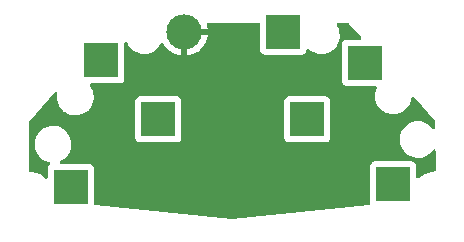
<source format=gbr>
%TF.GenerationSoftware,KiCad,Pcbnew,(6.0.4)*%
%TF.CreationDate,2023-01-17T21:54:18-05:00*%
%TF.ProjectId,Analog bridge,416e616c-6f67-4206-9272-696467652e6b,rev?*%
%TF.SameCoordinates,Original*%
%TF.FileFunction,Copper,L2,Bot*%
%TF.FilePolarity,Positive*%
%FSLAX46Y46*%
G04 Gerber Fmt 4.6, Leading zero omitted, Abs format (unit mm)*
G04 Created by KiCad (PCBNEW (6.0.4)) date 2023-01-17 21:54:18*
%MOMM*%
%LPD*%
G01*
G04 APERTURE LIST*
%TA.AperFunction,ComponentPad*%
%ADD10R,3.000000X3.000000*%
%TD*%
%TA.AperFunction,ComponentPad*%
%ADD11O,3.000000X3.000000*%
%TD*%
G04 APERTURE END LIST*
D10*
%TO.P,REF\u002A\u002A,1*%
%TO.N,N/C*%
X4500000Y-14600000D03*
%TD*%
%TO.P,REF\u002A\u002A,1*%
%TO.N,N/C*%
X29400000Y-4100000D03*
%TD*%
%TO.P,barreljack1,1*%
%TO.N,Net-(BUTTON1-Pad1)*%
X22500000Y-1500000D03*
D11*
%TO.P,barreljack1,2*%
%TO.N,Net-(U1-Pad1)*%
X14100000Y-1500000D03*
%TD*%
D10*
%TO.P,BUTTON1,1,A*%
%TO.N,Net-(BUTTON1-Pad1)*%
X24525000Y-8900000D03*
%TO.P,BUTTON1,2,B*%
%TO.N,Net-(BUTTON1-Pad2)*%
X11925000Y-8900000D03*
%TD*%
%TO.P,REF\u002A\u002A,1*%
%TO.N,N/C*%
X31800000Y-14400000D03*
%TD*%
%TO.P,REF\u002A\u002A,1*%
%TO.N,N/C*%
X7100000Y-3900000D03*
%TD*%
%TA.AperFunction,Conductor*%
%TO.N,Net-(U1-Pad1)*%
G36*
X28042864Y-766522D02*
G01*
X28069155Y-789068D01*
X28579067Y-1365757D01*
X29086849Y-1940037D01*
X29116988Y-2004319D01*
X29107588Y-2074691D01*
X29061636Y-2128810D01*
X28992456Y-2149500D01*
X27846166Y-2149500D01*
X27828248Y-2151194D01*
X27822278Y-2151758D01*
X27822277Y-2151758D01*
X27814631Y-2152481D01*
X27686816Y-2197366D01*
X27679246Y-2202958D01*
X27679243Y-2202959D01*
X27630184Y-2239195D01*
X27577850Y-2277850D01*
X27572258Y-2285421D01*
X27502959Y-2379243D01*
X27502958Y-2379246D01*
X27497366Y-2386816D01*
X27452481Y-2514631D01*
X27449500Y-2546166D01*
X27449500Y-5653834D01*
X27452481Y-5685369D01*
X27497366Y-5813184D01*
X27502958Y-5820754D01*
X27502959Y-5820757D01*
X27522726Y-5847519D01*
X27577850Y-5922150D01*
X27585421Y-5927742D01*
X27679243Y-5997041D01*
X27679246Y-5997042D01*
X27686816Y-6002634D01*
X27814631Y-6047519D01*
X27822277Y-6048242D01*
X27822278Y-6048242D01*
X27828248Y-6048806D01*
X27846166Y-6050500D01*
X30282508Y-6050500D01*
X30350629Y-6070502D01*
X30397122Y-6124158D01*
X30407226Y-6194432D01*
X30397080Y-6227841D01*
X30397160Y-6227872D01*
X30307745Y-6460805D01*
X30256722Y-6705039D01*
X30256493Y-6710088D01*
X30256492Y-6710094D01*
X30252406Y-6800088D01*
X30245404Y-6954288D01*
X30245985Y-6959308D01*
X30245985Y-6959312D01*
X30273250Y-7194961D01*
X30274081Y-7202140D01*
X30342017Y-7442219D01*
X30447462Y-7668348D01*
X30587706Y-7874710D01*
X30759138Y-8055994D01*
X30763164Y-8059072D01*
X30763165Y-8059073D01*
X30953323Y-8204460D01*
X30957349Y-8207538D01*
X31177239Y-8325443D01*
X31413152Y-8406674D01*
X31541099Y-8428774D01*
X31655107Y-8448467D01*
X31655113Y-8448468D01*
X31659017Y-8449142D01*
X31662978Y-8449322D01*
X31662979Y-8449322D01*
X31687503Y-8450436D01*
X31687522Y-8450436D01*
X31688922Y-8450500D01*
X31862691Y-8450500D01*
X31865199Y-8450298D01*
X31865204Y-8450298D01*
X32043661Y-8435940D01*
X32043666Y-8435939D01*
X32048702Y-8435534D01*
X32053610Y-8434329D01*
X32053613Y-8434328D01*
X32286092Y-8377225D01*
X32291006Y-8376018D01*
X32295658Y-8374043D01*
X32295662Y-8374042D01*
X32516022Y-8280505D01*
X32516023Y-8280505D01*
X32520677Y-8278529D01*
X32731808Y-8145573D01*
X32829923Y-8059073D01*
X32915168Y-7983920D01*
X32915171Y-7983917D01*
X32918965Y-7980572D01*
X33077334Y-7787770D01*
X33202840Y-7572128D01*
X33292255Y-7339195D01*
X33295790Y-7322278D01*
X33342243Y-7099915D01*
X33343278Y-7094961D01*
X33343712Y-7085421D01*
X33343893Y-7081421D01*
X33366966Y-7014278D01*
X33422676Y-6970268D01*
X33493336Y-6963364D01*
X33556512Y-6995757D01*
X33564154Y-7003674D01*
X34236233Y-7763766D01*
X35347745Y-9020838D01*
X35377884Y-9085120D01*
X35379347Y-9103230D01*
X35382882Y-9519428D01*
X35383685Y-9613997D01*
X35364263Y-9682285D01*
X35311004Y-9729232D01*
X35240818Y-9739932D01*
X35175989Y-9710989D01*
X35153478Y-9685890D01*
X35115142Y-9629481D01*
X35112294Y-9625290D01*
X34947342Y-9450858D01*
X34944344Y-9447688D01*
X34944343Y-9447687D01*
X34940862Y-9444006D01*
X34742651Y-9292462D01*
X34522761Y-9174557D01*
X34286848Y-9093326D01*
X34158901Y-9071226D01*
X34044893Y-9051533D01*
X34044887Y-9051532D01*
X34040983Y-9050858D01*
X34037022Y-9050678D01*
X34037021Y-9050678D01*
X34012497Y-9049564D01*
X34012478Y-9049564D01*
X34011078Y-9049500D01*
X33837309Y-9049500D01*
X33834801Y-9049702D01*
X33834796Y-9049702D01*
X33656339Y-9064060D01*
X33656334Y-9064061D01*
X33651298Y-9064466D01*
X33646390Y-9065671D01*
X33646387Y-9065672D01*
X33493480Y-9103230D01*
X33408994Y-9123982D01*
X33404342Y-9125957D01*
X33404338Y-9125958D01*
X33183978Y-9219495D01*
X33179323Y-9221471D01*
X32968192Y-9354427D01*
X32964398Y-9357772D01*
X32784832Y-9516080D01*
X32784829Y-9516083D01*
X32781035Y-9519428D01*
X32622666Y-9712230D01*
X32497160Y-9927872D01*
X32495347Y-9932595D01*
X32495346Y-9932597D01*
X32458156Y-10029481D01*
X32407745Y-10160805D01*
X32356722Y-10405039D01*
X32356493Y-10410088D01*
X32356492Y-10410094D01*
X32353074Y-10485369D01*
X32345404Y-10654288D01*
X32374081Y-10902140D01*
X32442017Y-11142219D01*
X32444154Y-11146801D01*
X32518862Y-11307014D01*
X32547462Y-11368348D01*
X32687706Y-11574710D01*
X32859138Y-11755994D01*
X32863164Y-11759072D01*
X32863165Y-11759073D01*
X33036602Y-11891676D01*
X33057349Y-11907538D01*
X33277239Y-12025443D01*
X33513152Y-12106674D01*
X33641099Y-12128774D01*
X33755107Y-12148467D01*
X33755113Y-12148468D01*
X33759017Y-12149142D01*
X33762978Y-12149322D01*
X33762979Y-12149322D01*
X33787503Y-12150436D01*
X33787522Y-12150436D01*
X33788922Y-12150500D01*
X33962691Y-12150500D01*
X33965199Y-12150298D01*
X33965204Y-12150298D01*
X34143661Y-12135940D01*
X34143666Y-12135939D01*
X34148702Y-12135534D01*
X34153610Y-12134329D01*
X34153613Y-12134328D01*
X34386092Y-12077225D01*
X34391006Y-12076018D01*
X34395658Y-12074043D01*
X34395662Y-12074042D01*
X34616022Y-11980505D01*
X34616023Y-11980505D01*
X34620677Y-11978529D01*
X34831808Y-11845573D01*
X34929923Y-11759073D01*
X35015168Y-11683920D01*
X35015171Y-11683917D01*
X35018965Y-11680572D01*
X35128846Y-11546801D01*
X35176911Y-11488285D01*
X35235606Y-11448342D01*
X35306578Y-11446472D01*
X35367294Y-11483269D01*
X35398478Y-11547051D01*
X35400271Y-11567188D01*
X35410864Y-12814631D01*
X35413842Y-13165312D01*
X35394420Y-13233600D01*
X35341161Y-13280547D01*
X35305044Y-13291203D01*
X35045974Y-13326895D01*
X35045967Y-13326896D01*
X35042123Y-13327426D01*
X35038372Y-13328426D01*
X35038367Y-13328427D01*
X34752792Y-13404559D01*
X34752788Y-13404560D01*
X34749027Y-13405563D01*
X34467804Y-13519245D01*
X34202745Y-13666738D01*
X34199600Y-13669038D01*
X34199592Y-13669043D01*
X34089002Y-13749915D01*
X33957896Y-13845789D01*
X33956592Y-13847016D01*
X33891839Y-13874978D01*
X33821790Y-13863417D01*
X33769111Y-13815821D01*
X33750500Y-13749915D01*
X33750500Y-12846166D01*
X33747519Y-12814631D01*
X33702634Y-12686816D01*
X33697042Y-12679246D01*
X33697041Y-12679243D01*
X33627742Y-12585421D01*
X33622150Y-12577850D01*
X33564859Y-12535534D01*
X33520757Y-12502959D01*
X33520754Y-12502958D01*
X33513184Y-12497366D01*
X33385369Y-12452481D01*
X33377723Y-12451758D01*
X33377722Y-12451758D01*
X33371752Y-12451194D01*
X33353834Y-12449500D01*
X30246166Y-12449500D01*
X30228248Y-12451194D01*
X30222278Y-12451758D01*
X30222277Y-12451758D01*
X30214631Y-12452481D01*
X30086816Y-12497366D01*
X30079246Y-12502958D01*
X30079243Y-12502959D01*
X30035141Y-12535534D01*
X29977850Y-12577850D01*
X29972258Y-12585421D01*
X29902959Y-12679243D01*
X29902958Y-12679246D01*
X29897366Y-12686816D01*
X29852481Y-12814631D01*
X29849500Y-12846166D01*
X29849500Y-15953834D01*
X29852481Y-15985369D01*
X29855024Y-15992610D01*
X29855248Y-15993632D01*
X29850308Y-16064457D01*
X29807862Y-16121368D01*
X29744677Y-16146011D01*
X18194036Y-17297749D01*
X18169032Y-17297749D01*
X6563998Y-16140588D01*
X6498198Y-16113926D01*
X6457259Y-16055922D01*
X6450500Y-16015210D01*
X6450500Y-13046166D01*
X6447519Y-13014631D01*
X6402634Y-12886816D01*
X6397042Y-12879246D01*
X6397041Y-12879243D01*
X6327742Y-12785421D01*
X6322150Y-12777850D01*
X6274182Y-12742420D01*
X6220757Y-12702959D01*
X6220754Y-12702958D01*
X6213184Y-12697366D01*
X6085369Y-12652481D01*
X6077723Y-12651758D01*
X6077722Y-12651758D01*
X6071752Y-12651194D01*
X6053834Y-12649500D01*
X3701620Y-12649500D01*
X3633499Y-12629498D01*
X3587006Y-12575842D01*
X3576902Y-12505568D01*
X3606396Y-12440988D01*
X3652388Y-12407516D01*
X3716022Y-12380505D01*
X3716023Y-12380505D01*
X3720677Y-12378529D01*
X3931808Y-12245573D01*
X4029923Y-12159073D01*
X4115168Y-12083920D01*
X4115171Y-12083917D01*
X4118965Y-12080572D01*
X4277334Y-11887770D01*
X4402840Y-11672128D01*
X4440236Y-11574710D01*
X4473609Y-11487770D01*
X4492255Y-11439195D01*
X4543278Y-11194961D01*
X4554596Y-10945712D01*
X4543548Y-10850221D01*
X4526501Y-10702890D01*
X4525919Y-10697860D01*
X4457983Y-10457781D01*
X4456142Y-10453834D01*
X9974500Y-10453834D01*
X9977481Y-10485369D01*
X10022366Y-10613184D01*
X10027958Y-10620754D01*
X10027959Y-10620757D01*
X10048993Y-10649234D01*
X10102850Y-10722150D01*
X10110421Y-10727742D01*
X10204243Y-10797041D01*
X10204246Y-10797042D01*
X10211816Y-10802634D01*
X10339631Y-10847519D01*
X10347277Y-10848242D01*
X10347278Y-10848242D01*
X10353248Y-10848806D01*
X10371166Y-10850500D01*
X13478834Y-10850500D01*
X13496752Y-10848806D01*
X13502722Y-10848242D01*
X13502723Y-10848242D01*
X13510369Y-10847519D01*
X13638184Y-10802634D01*
X13645754Y-10797042D01*
X13645757Y-10797041D01*
X13739579Y-10727742D01*
X13747150Y-10722150D01*
X13801007Y-10649234D01*
X13822041Y-10620757D01*
X13822042Y-10620754D01*
X13827634Y-10613184D01*
X13872519Y-10485369D01*
X13875500Y-10453834D01*
X22574500Y-10453834D01*
X22577481Y-10485369D01*
X22622366Y-10613184D01*
X22627958Y-10620754D01*
X22627959Y-10620757D01*
X22648993Y-10649234D01*
X22702850Y-10722150D01*
X22710421Y-10727742D01*
X22804243Y-10797041D01*
X22804246Y-10797042D01*
X22811816Y-10802634D01*
X22939631Y-10847519D01*
X22947277Y-10848242D01*
X22947278Y-10848242D01*
X22953248Y-10848806D01*
X22971166Y-10850500D01*
X26078834Y-10850500D01*
X26096752Y-10848806D01*
X26102722Y-10848242D01*
X26102723Y-10848242D01*
X26110369Y-10847519D01*
X26238184Y-10802634D01*
X26245754Y-10797042D01*
X26245757Y-10797041D01*
X26339579Y-10727742D01*
X26347150Y-10722150D01*
X26401007Y-10649234D01*
X26422041Y-10620757D01*
X26422042Y-10620754D01*
X26427634Y-10613184D01*
X26472519Y-10485369D01*
X26475500Y-10453834D01*
X26475500Y-7346166D01*
X26472519Y-7314631D01*
X26427634Y-7186816D01*
X26422042Y-7179246D01*
X26422041Y-7179243D01*
X26352742Y-7085421D01*
X26347150Y-7077850D01*
X26261081Y-7014278D01*
X26245757Y-7002959D01*
X26245754Y-7002958D01*
X26238184Y-6997366D01*
X26110369Y-6952481D01*
X26102723Y-6951758D01*
X26102722Y-6951758D01*
X26096752Y-6951194D01*
X26078834Y-6949500D01*
X22971166Y-6949500D01*
X22953248Y-6951194D01*
X22947278Y-6951758D01*
X22947277Y-6951758D01*
X22939631Y-6952481D01*
X22811816Y-6997366D01*
X22804246Y-7002958D01*
X22804243Y-7002959D01*
X22788919Y-7014278D01*
X22702850Y-7077850D01*
X22697258Y-7085421D01*
X22627959Y-7179243D01*
X22627958Y-7179246D01*
X22622366Y-7186816D01*
X22577481Y-7314631D01*
X22574500Y-7346166D01*
X22574500Y-10453834D01*
X13875500Y-10453834D01*
X13875500Y-7346166D01*
X13872519Y-7314631D01*
X13827634Y-7186816D01*
X13822042Y-7179246D01*
X13822041Y-7179243D01*
X13752742Y-7085421D01*
X13747150Y-7077850D01*
X13661081Y-7014278D01*
X13645757Y-7002959D01*
X13645754Y-7002958D01*
X13638184Y-6997366D01*
X13510369Y-6952481D01*
X13502723Y-6951758D01*
X13502722Y-6951758D01*
X13496752Y-6951194D01*
X13478834Y-6949500D01*
X10371166Y-6949500D01*
X10353248Y-6951194D01*
X10347278Y-6951758D01*
X10347277Y-6951758D01*
X10339631Y-6952481D01*
X10211816Y-6997366D01*
X10204246Y-7002958D01*
X10204243Y-7002959D01*
X10188919Y-7014278D01*
X10102850Y-7077850D01*
X10097258Y-7085421D01*
X10027959Y-7179243D01*
X10027958Y-7179246D01*
X10022366Y-7186816D01*
X9977481Y-7314631D01*
X9974500Y-7346166D01*
X9974500Y-10453834D01*
X4456142Y-10453834D01*
X4352538Y-10231652D01*
X4212294Y-10025290D01*
X4040862Y-9844006D01*
X3874224Y-9716601D01*
X3846677Y-9695540D01*
X3846676Y-9695539D01*
X3842651Y-9692462D01*
X3622761Y-9574557D01*
X3386848Y-9493326D01*
X3258901Y-9471226D01*
X3144893Y-9451533D01*
X3144887Y-9451532D01*
X3140983Y-9450858D01*
X3137022Y-9450678D01*
X3137021Y-9450678D01*
X3112497Y-9449564D01*
X3112478Y-9449564D01*
X3111078Y-9449500D01*
X2937309Y-9449500D01*
X2934801Y-9449702D01*
X2934796Y-9449702D01*
X2756339Y-9464060D01*
X2756334Y-9464061D01*
X2751298Y-9464466D01*
X2746390Y-9465671D01*
X2746387Y-9465672D01*
X2541165Y-9516080D01*
X2508994Y-9523982D01*
X2504342Y-9525957D01*
X2504338Y-9525958D01*
X2296931Y-9613997D01*
X2279323Y-9621471D01*
X2068192Y-9754427D01*
X2064398Y-9757772D01*
X1884832Y-9916080D01*
X1884829Y-9916083D01*
X1881035Y-9919428D01*
X1722666Y-10112230D01*
X1597160Y-10327872D01*
X1595347Y-10332595D01*
X1595346Y-10332597D01*
X1547676Y-10456782D01*
X1507745Y-10560805D01*
X1456722Y-10805039D01*
X1456493Y-10810088D01*
X1456492Y-10810094D01*
X1452541Y-10897110D01*
X1445404Y-11054288D01*
X1445985Y-11059308D01*
X1445985Y-11059312D01*
X1455578Y-11142219D01*
X1474081Y-11302140D01*
X1475460Y-11307011D01*
X1475460Y-11307014D01*
X1506645Y-11417218D01*
X1542017Y-11542219D01*
X1647462Y-11768348D01*
X1787706Y-11974710D01*
X1793186Y-11980505D01*
X1953943Y-12150500D01*
X1959138Y-12155994D01*
X2157349Y-12307538D01*
X2377239Y-12425443D01*
X2613152Y-12506674D01*
X2672407Y-12516909D01*
X2736126Y-12548212D01*
X2772808Y-12608998D01*
X2770804Y-12679966D01*
X2725818Y-12742420D01*
X2677850Y-12777850D01*
X2672258Y-12785421D01*
X2602959Y-12879243D01*
X2602958Y-12879246D01*
X2597366Y-12886816D01*
X2552481Y-13014631D01*
X2549500Y-13046166D01*
X2549500Y-13790634D01*
X2529498Y-13858755D01*
X2475842Y-13905248D01*
X2405568Y-13915352D01*
X2346854Y-13890641D01*
X2163237Y-13749915D01*
X2121410Y-13717858D01*
X2118162Y-13715939D01*
X2118155Y-13715934D01*
X1870746Y-13569737D01*
X1870743Y-13569735D01*
X1867493Y-13567815D01*
X1597415Y-13449304D01*
X1593783Y-13448207D01*
X1593780Y-13448206D01*
X1318712Y-13365135D01*
X1318706Y-13365134D01*
X1315075Y-13364037D01*
X1311337Y-13363384D01*
X1311335Y-13363383D01*
X1053284Y-13318268D01*
X989626Y-13286834D01*
X953069Y-13225973D01*
X948989Y-13193081D01*
X983719Y-9103230D01*
X1004298Y-9035282D01*
X1015321Y-9020837D01*
X3159987Y-6595314D01*
X3220095Y-6557531D01*
X3291088Y-6558243D01*
X3350427Y-6597223D01*
X3379271Y-6662096D01*
X3377717Y-6704541D01*
X3356722Y-6805039D01*
X3345404Y-7054288D01*
X3345985Y-7059308D01*
X3345985Y-7059312D01*
X3361929Y-7197110D01*
X3374081Y-7302140D01*
X3375460Y-7307011D01*
X3375460Y-7307014D01*
X3385705Y-7343218D01*
X3442017Y-7542219D01*
X3494739Y-7655283D01*
X3500832Y-7668348D01*
X3547462Y-7768348D01*
X3687706Y-7974710D01*
X3859138Y-8155994D01*
X3863164Y-8159072D01*
X3863165Y-8159073D01*
X3971927Y-8242228D01*
X4057349Y-8307538D01*
X4277239Y-8425443D01*
X4513152Y-8506674D01*
X4641099Y-8528774D01*
X4755107Y-8548467D01*
X4755113Y-8548468D01*
X4759017Y-8549142D01*
X4762978Y-8549322D01*
X4762979Y-8549322D01*
X4787503Y-8550436D01*
X4787522Y-8550436D01*
X4788922Y-8550500D01*
X4962691Y-8550500D01*
X4965199Y-8550298D01*
X4965204Y-8550298D01*
X5143661Y-8535940D01*
X5143666Y-8535939D01*
X5148702Y-8535534D01*
X5153610Y-8534329D01*
X5153613Y-8534328D01*
X5386092Y-8477225D01*
X5391006Y-8476018D01*
X5395658Y-8474043D01*
X5395662Y-8474042D01*
X5616022Y-8380505D01*
X5616023Y-8380505D01*
X5620677Y-8378529D01*
X5831808Y-8245573D01*
X5929923Y-8159073D01*
X6015168Y-8083920D01*
X6015171Y-8083917D01*
X6018965Y-8080572D01*
X6177334Y-7887770D01*
X6302840Y-7672128D01*
X6392255Y-7439195D01*
X6443278Y-7194961D01*
X6454596Y-6945712D01*
X6427335Y-6710094D01*
X6426501Y-6702890D01*
X6425919Y-6697860D01*
X6357983Y-6457781D01*
X6252538Y-6231652D01*
X6129237Y-6050221D01*
X6127268Y-6047323D01*
X6105522Y-5979738D01*
X6123766Y-5911126D01*
X6176209Y-5863270D01*
X6231480Y-5850500D01*
X8653834Y-5850500D01*
X8671752Y-5848806D01*
X8677722Y-5848242D01*
X8677723Y-5848242D01*
X8685369Y-5847519D01*
X8813184Y-5802634D01*
X8820754Y-5797042D01*
X8820757Y-5797041D01*
X8914579Y-5727742D01*
X8922150Y-5722150D01*
X8970432Y-5656782D01*
X8997041Y-5620757D01*
X8997042Y-5620754D01*
X9002634Y-5613184D01*
X9047519Y-5485369D01*
X9050500Y-5453834D01*
X9050500Y-2446247D01*
X9070502Y-2378126D01*
X9124158Y-2331633D01*
X9194432Y-2321529D01*
X9259012Y-2351023D01*
X9290695Y-2392997D01*
X9360744Y-2543218D01*
X9372462Y-2568348D01*
X9512706Y-2774710D01*
X9684138Y-2955994D01*
X9882349Y-3107538D01*
X10102239Y-3225443D01*
X10338152Y-3306674D01*
X10466099Y-3328774D01*
X10580107Y-3348467D01*
X10580113Y-3348468D01*
X10584017Y-3349142D01*
X10587978Y-3349322D01*
X10587979Y-3349322D01*
X10612503Y-3350436D01*
X10612522Y-3350436D01*
X10613922Y-3350500D01*
X10787691Y-3350500D01*
X10790199Y-3350298D01*
X10790204Y-3350298D01*
X10968661Y-3335940D01*
X10968666Y-3335939D01*
X10973702Y-3335534D01*
X10978610Y-3334329D01*
X10978613Y-3334328D01*
X11211092Y-3277225D01*
X11216006Y-3276018D01*
X11220658Y-3274043D01*
X11220662Y-3274042D01*
X11441022Y-3180505D01*
X11441023Y-3180505D01*
X11445677Y-3178529D01*
X11656808Y-3045573D01*
X11716851Y-2992638D01*
X11840168Y-2883920D01*
X11840171Y-2883917D01*
X11843965Y-2880572D01*
X12002334Y-2687770D01*
X12125334Y-2476434D01*
X12176886Y-2427621D01*
X12246646Y-2414428D01*
X12312465Y-2441045D01*
X12346796Y-2483199D01*
X12365664Y-2520712D01*
X12370020Y-2528079D01*
X12520236Y-2746643D01*
X12525554Y-2753353D01*
X12704042Y-2949508D01*
X12710218Y-2955431D01*
X12913683Y-3125554D01*
X12920597Y-3130578D01*
X13145272Y-3271515D01*
X13152807Y-3275556D01*
X13394520Y-3384694D01*
X13402551Y-3387680D01*
X13656832Y-3463002D01*
X13665184Y-3464869D01*
X13828090Y-3489796D01*
X13841877Y-3487941D01*
X13846000Y-3474132D01*
X13846000Y-3473829D01*
X14354000Y-3473829D01*
X14358105Y-3487811D01*
X14371271Y-3489854D01*
X14472880Y-3477558D01*
X14481288Y-3475954D01*
X14737824Y-3408653D01*
X14745926Y-3405926D01*
X14990949Y-3304434D01*
X14998617Y-3300628D01*
X15227598Y-3166822D01*
X15234679Y-3162009D01*
X15443373Y-2998373D01*
X15449743Y-2992638D01*
X15634303Y-2802186D01*
X15639823Y-2795655D01*
X15796834Y-2581909D01*
X15801418Y-2574686D01*
X15927962Y-2341621D01*
X15931530Y-2333827D01*
X16025271Y-2085750D01*
X16027748Y-2077544D01*
X16086954Y-1819038D01*
X16088294Y-1810578D01*
X16091733Y-1772044D01*
X16088762Y-1757125D01*
X16076952Y-1754000D01*
X14372115Y-1754000D01*
X14356876Y-1758475D01*
X14355671Y-1759865D01*
X14354000Y-1767548D01*
X14354000Y-3473829D01*
X13846000Y-3473829D01*
X13846000Y-1372000D01*
X13866002Y-1303879D01*
X13919658Y-1257386D01*
X13972000Y-1246000D01*
X16077261Y-1246000D01*
X16092252Y-1241598D01*
X16094275Y-1230490D01*
X16093200Y-1222647D01*
X16039419Y-962944D01*
X16037119Y-954704D01*
X16023752Y-916957D01*
X16019868Y-846067D01*
X16054927Y-784330D01*
X16117797Y-751348D01*
X16142495Y-748899D01*
X20423476Y-748043D01*
X20491600Y-768031D01*
X20538103Y-821678D01*
X20549500Y-874043D01*
X20549500Y-3053834D01*
X20552481Y-3085369D01*
X20597366Y-3213184D01*
X20602958Y-3220754D01*
X20602959Y-3220757D01*
X20664765Y-3304434D01*
X20677850Y-3322150D01*
X20685421Y-3327742D01*
X20779243Y-3397041D01*
X20779246Y-3397042D01*
X20786816Y-3402634D01*
X20914631Y-3447519D01*
X20922277Y-3448242D01*
X20922278Y-3448242D01*
X20928248Y-3448806D01*
X20946166Y-3450500D01*
X24053834Y-3450500D01*
X24071752Y-3448806D01*
X24077722Y-3448242D01*
X24077723Y-3448242D01*
X24085369Y-3447519D01*
X24213184Y-3402634D01*
X24220754Y-3397042D01*
X24220757Y-3397041D01*
X24314579Y-3327742D01*
X24322150Y-3322150D01*
X24335235Y-3304434D01*
X24397041Y-3220757D01*
X24397042Y-3220754D01*
X24402634Y-3213184D01*
X24447519Y-3085369D01*
X24450500Y-3053834D01*
X24450500Y-3025552D01*
X24470502Y-2957431D01*
X24524158Y-2910938D01*
X24594432Y-2900834D01*
X24659012Y-2930328D01*
X24668045Y-2938976D01*
X24684138Y-2955994D01*
X24882349Y-3107538D01*
X25102239Y-3225443D01*
X25338152Y-3306674D01*
X25466099Y-3328774D01*
X25580107Y-3348467D01*
X25580113Y-3348468D01*
X25584017Y-3349142D01*
X25587978Y-3349322D01*
X25587979Y-3349322D01*
X25612503Y-3350436D01*
X25612522Y-3350436D01*
X25613922Y-3350500D01*
X25787691Y-3350500D01*
X25790199Y-3350298D01*
X25790204Y-3350298D01*
X25968661Y-3335940D01*
X25968666Y-3335939D01*
X25973702Y-3335534D01*
X25978610Y-3334329D01*
X25978613Y-3334328D01*
X26211092Y-3277225D01*
X26216006Y-3276018D01*
X26220658Y-3274043D01*
X26220662Y-3274042D01*
X26441022Y-3180505D01*
X26441023Y-3180505D01*
X26445677Y-3178529D01*
X26656808Y-3045573D01*
X26716851Y-2992638D01*
X26840168Y-2883920D01*
X26840171Y-2883917D01*
X26843965Y-2880572D01*
X27002334Y-2687770D01*
X27127840Y-2472128D01*
X27157179Y-2395699D01*
X27215443Y-2243915D01*
X27217255Y-2239195D01*
X27227790Y-2188770D01*
X27267243Y-1999915D01*
X27268278Y-1994961D01*
X27270092Y-1955026D01*
X27276266Y-1819038D01*
X27279596Y-1745712D01*
X27278940Y-1740037D01*
X27251501Y-1502890D01*
X27250919Y-1497860D01*
X27182983Y-1257781D01*
X27077538Y-1031652D01*
X27074696Y-1027471D01*
X27074692Y-1027463D01*
X27017649Y-943527D01*
X26995903Y-875943D01*
X27014147Y-807331D01*
X27066590Y-759474D01*
X27121835Y-746705D01*
X27974741Y-746534D01*
X28042864Y-766522D01*
G37*
%TD.AperFunction*%
%TD*%
M02*

</source>
